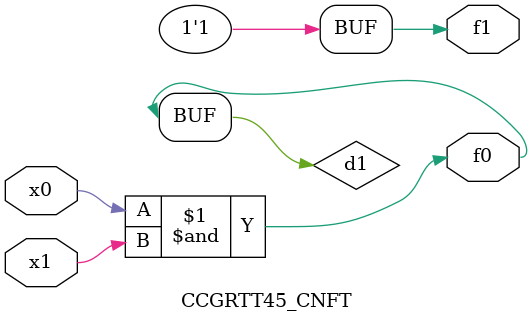
<source format=v>
module CCGRTT45_CNFT(
	input x0, x1,
	output f0, f1
);

	wire d1;

	assign f0 = d1;
	and (d1, x0, x1);
	assign f1 = 1'b1;
endmodule

</source>
